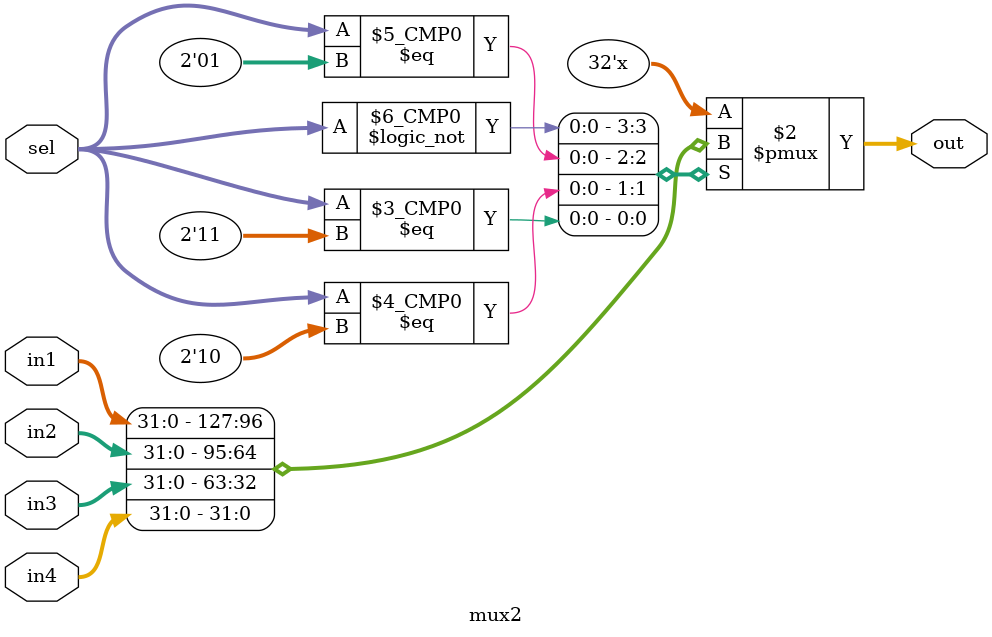
<source format=v>

/*
Name:MUX2.v
Owner:Omar Salah
Description: MUX2 that takes 
Input:in1,in2,in3,in4,sel
Output: out of mux
*/
module  mux2 #(parameter IN_DATA=32,
                        OUT_DATA=32)
(
input   wire  [IN_DATA-1:0]  in1,in2,in3,in4,
input   wire  [1:0]          sel,
output  reg   [OUT_DATA-1:0] out
);

always  @ (*)
begin
  case(sel)
    2'b00:  out = in1;
    2'b01:  out = in2;
    2'b10:  out = in3;
    2'b11:  out = in4;
  endcase
end
endmodule

                        


</source>
